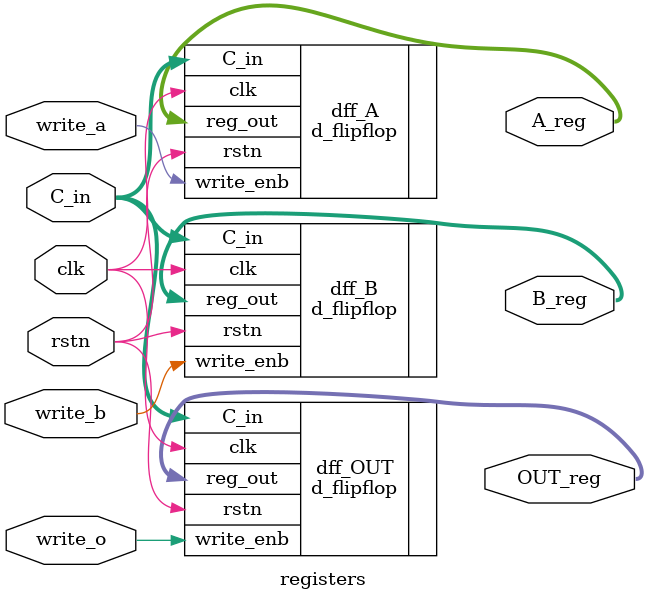
<source format=sv>
module registers (clk,rstn,write_a,write_b,write_o,C_in,A_reg,B_reg,OUT_reg);

	input clk, rstn;
	input write_a, write_b, write_o;
	input [7:0] C_in;
	output logic [7:0] A_reg, B_reg, OUT_reg;

	d_flipflop dff_A (
	 .clk(clk),
	 .rstn(rstn),
	 .C_in(C_in),
	 .reg_out(A_reg),
	 .write_enb(write_a)
	);

	d_flipflop dff_B (
	 .clk(clk),
	 .rstn(rstn),
	 .C_in(C_in),
	 .reg_out(B_reg),
	 .write_enb(write_b)
	);

	d_flipflop dff_OUT (
	 .clk(clk),
	 .rstn(rstn),
	 .C_in(C_in),
	 .reg_out(OUT_reg),
	 .write_enb(write_o)
	);

endmodule



</source>
